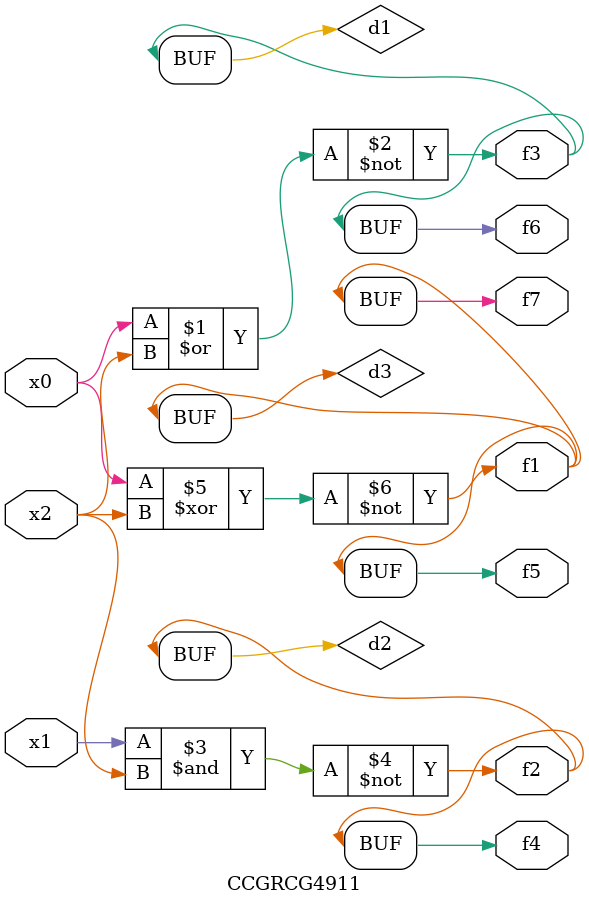
<source format=v>
module CCGRCG4911(
	input x0, x1, x2,
	output f1, f2, f3, f4, f5, f6, f7
);

	wire d1, d2, d3;

	nor (d1, x0, x2);
	nand (d2, x1, x2);
	xnor (d3, x0, x2);
	assign f1 = d3;
	assign f2 = d2;
	assign f3 = d1;
	assign f4 = d2;
	assign f5 = d3;
	assign f6 = d1;
	assign f7 = d3;
endmodule

</source>
